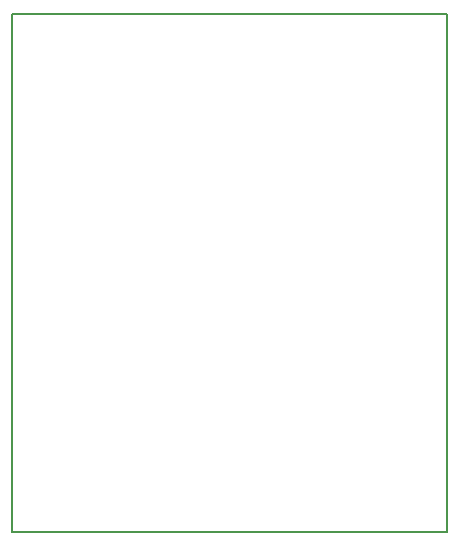
<source format=gbr>
G04 #@! TF.FileFunction,Drawing*
%FSLAX46Y46*%
G04 Gerber Fmt 4.6, Leading zero omitted, Abs format (unit mm)*
G04 Created by KiCad (PCBNEW (2015-03-23 BZR 5533)-product) date Mon 17 Aug 2015 16:01:52 SAST*
%MOMM*%
G01*
G04 APERTURE LIST*
%ADD10C,0.100000*%
%ADD11C,0.200000*%
G04 APERTURE END LIST*
D10*
D11*
X77470000Y-118110000D02*
X77470000Y-74295000D01*
X114300000Y-118110000D02*
X77470000Y-118110000D01*
X114300000Y-74295000D02*
X114300000Y-118110000D01*
X77470000Y-74295000D02*
X114300000Y-74295000D01*
M02*

</source>
